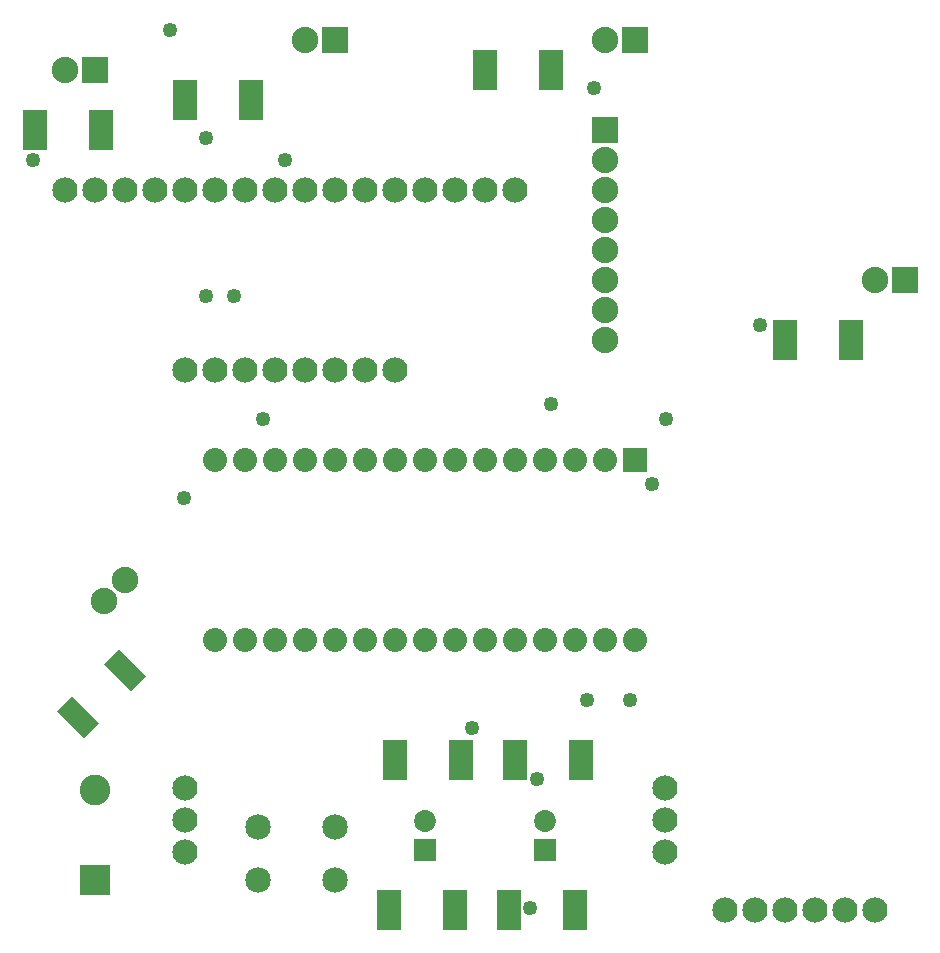
<source format=gts>
G04 MADE WITH FRITZING*
G04 WWW.FRITZING.ORG*
G04 DOUBLE SIDED*
G04 HOLES PLATED*
G04 CONTOUR ON CENTER OF CONTOUR VECTOR*
%ASAXBY*%
%FSLAX23Y23*%
%MOIN*%
%OFA0B0*%
%SFA1.0B1.0*%
%ADD10C,0.072992*%
%ADD11C,0.085000*%
%ADD12C,0.088000*%
%ADD13C,0.084000*%
%ADD14C,0.080000*%
%ADD15C,0.102000*%
%ADD16C,0.049370*%
%ADD17R,0.072992X0.072992*%
%ADD18R,0.080866X0.135984*%
%ADD19R,0.088000X0.088000*%
%ADD20R,0.080000X0.079972*%
%ADD21R,0.102000X0.102000*%
%ADD22C,0.030000*%
%ADD23C,0.010000*%
%LNMASK1*%
G90*
G70*
G54D10*
X1366Y355D03*
X1366Y453D03*
X1766Y355D03*
X1766Y453D03*
G54D11*
X810Y432D03*
X1066Y432D03*
X810Y255D03*
X1066Y255D03*
G54D12*
X2966Y2255D03*
X2866Y2255D03*
X2066Y3055D03*
X1966Y3055D03*
X1066Y3055D03*
X966Y3055D03*
X266Y2955D03*
X166Y2955D03*
X366Y1255D03*
X296Y1184D03*
G54D13*
X166Y2555D03*
X266Y2555D03*
X366Y2555D03*
X466Y2555D03*
X566Y2555D03*
X666Y2555D03*
X766Y2555D03*
X866Y2555D03*
X966Y2555D03*
X1066Y2555D03*
X1166Y2555D03*
X1266Y2555D03*
X1366Y2555D03*
X1466Y2555D03*
X1566Y2555D03*
X1666Y2555D03*
X566Y1955D03*
X666Y1955D03*
X766Y1955D03*
X866Y1955D03*
X966Y1955D03*
X1066Y1955D03*
X1166Y1955D03*
X1266Y1955D03*
G54D12*
X1966Y2755D03*
X1966Y2655D03*
X1966Y2555D03*
X1966Y2455D03*
X1966Y2355D03*
X1966Y2255D03*
X1966Y2155D03*
X1966Y2055D03*
G54D13*
X2866Y155D03*
X2766Y155D03*
X2666Y155D03*
X2566Y155D03*
X2466Y155D03*
X2366Y155D03*
G54D14*
X2066Y1655D03*
X1966Y1655D03*
X1866Y1655D03*
X1766Y1655D03*
X1666Y1655D03*
X1566Y1655D03*
X1466Y1655D03*
X1366Y1655D03*
X1266Y1655D03*
X1166Y1655D03*
X1066Y1655D03*
X966Y1655D03*
X866Y1655D03*
X766Y1655D03*
X666Y1655D03*
X2066Y1055D03*
X1966Y1055D03*
X1866Y1055D03*
X1766Y1055D03*
X1666Y1055D03*
X1566Y1055D03*
X1466Y1055D03*
X1366Y1055D03*
X1266Y1055D03*
X1166Y1055D03*
X1066Y1055D03*
X966Y1055D03*
X866Y1055D03*
X766Y1055D03*
X666Y1055D03*
G54D13*
X566Y562D03*
X566Y455D03*
X566Y348D03*
X566Y562D03*
X566Y455D03*
X566Y348D03*
G54D15*
X266Y255D03*
X266Y555D03*
G54D13*
X2166Y348D03*
X2166Y455D03*
X2166Y562D03*
X2166Y348D03*
X2166Y455D03*
X2166Y562D03*
G54D16*
X1524Y760D03*
X828Y1792D03*
X564Y1528D03*
X636Y2728D03*
X1740Y592D03*
X2052Y856D03*
X732Y2200D03*
X516Y3088D03*
X60Y2656D03*
X2484Y2104D03*
X1932Y2896D03*
X1788Y1840D03*
X1908Y856D03*
X636Y2200D03*
X1716Y160D03*
X900Y2656D03*
X2124Y1576D03*
X2172Y1792D03*
G54D17*
X1366Y355D03*
X1766Y355D03*
G54D18*
X1487Y655D03*
X1266Y655D03*
X1887Y655D03*
X1666Y655D03*
G54D19*
X2966Y2255D03*
X2066Y3055D03*
X1066Y3055D03*
X266Y2955D03*
G54D18*
X2787Y2055D03*
X2566Y2055D03*
G54D19*
X1966Y2755D03*
G54D18*
X1787Y2955D03*
X1566Y2955D03*
X787Y2855D03*
X566Y2855D03*
X287Y2755D03*
X66Y2755D03*
X1646Y155D03*
X1866Y155D03*
X1246Y155D03*
X1466Y155D03*
G54D20*
X2066Y1655D03*
G54D21*
X266Y255D03*
G54D22*
G36*
X407Y1255D02*
X366Y1214D01*
X325Y1255D01*
X366Y1296D01*
X407Y1255D01*
G37*
D02*
G54D23*
G36*
X386Y885D02*
X297Y974D01*
X347Y1024D01*
X436Y935D01*
X386Y885D01*
G37*
D02*
G36*
X230Y729D02*
X141Y818D01*
X191Y868D01*
X280Y779D01*
X230Y729D01*
G37*
D02*
G04 End of Mask1*
M02*
</source>
